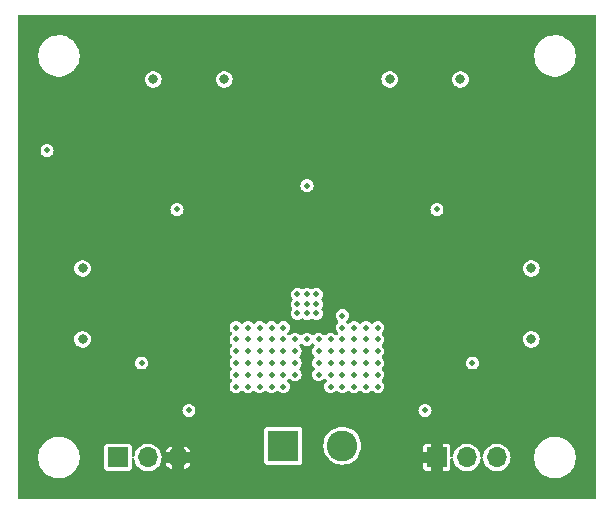
<source format=gbr>
%TF.GenerationSoftware,KiCad,Pcbnew,8.0.2*%
%TF.CreationDate,2025-01-11T01:17:19-03:00*%
%TF.ProjectId,LumiCom_Transmitter,4c756d69-436f-46d5-9f54-72616e736d69,rev?*%
%TF.SameCoordinates,Original*%
%TF.FileFunction,Copper,L3,Inr*%
%TF.FilePolarity,Positive*%
%FSLAX46Y46*%
G04 Gerber Fmt 4.6, Leading zero omitted, Abs format (unit mm)*
G04 Created by KiCad (PCBNEW 8.0.2) date 2025-01-11 01:17:19*
%MOMM*%
%LPD*%
G01*
G04 APERTURE LIST*
%TA.AperFunction,ComponentPad*%
%ADD10R,1.700000X1.700000*%
%TD*%
%TA.AperFunction,ComponentPad*%
%ADD11O,1.700000X1.700000*%
%TD*%
%TA.AperFunction,HeatsinkPad*%
%ADD12C,0.500000*%
%TD*%
%TA.AperFunction,ComponentPad*%
%ADD13R,2.600000X2.600000*%
%TD*%
%TA.AperFunction,ComponentPad*%
%ADD14C,2.600000*%
%TD*%
%TA.AperFunction,ViaPad*%
%ADD15C,0.500000*%
%TD*%
%TA.AperFunction,ViaPad*%
%ADD16C,0.800000*%
%TD*%
G04 APERTURE END LIST*
D10*
%TO.N,VCC*%
%TO.C,JP_A1*%
X136000000Y-88000000D03*
D11*
%TO.N,Net-(JP_A1-C)*%
X138540000Y-88000000D03*
%TO.N,GND*%
X141080000Y-88000000D03*
%TD*%
D12*
%TO.N,GND*%
%TO.C,U1*%
X124200000Y-74200000D03*
X124200000Y-75000000D03*
X124200000Y-75800000D03*
X125000000Y-74200000D03*
X125000000Y-75000000D03*
X125000000Y-75800000D03*
X125800000Y-74200000D03*
X125800000Y-75000000D03*
X125800000Y-75800000D03*
%TD*%
D10*
%TO.N,GND*%
%TO.C,JP_A0*%
X109000000Y-88000000D03*
D11*
%TO.N,Net-(JP_A0-C)*%
X111540000Y-88000000D03*
%TO.N,VCC*%
X114080000Y-88000000D03*
%TD*%
D13*
%TO.N,Net-(J1-Pin_1)*%
%TO.C,J1*%
X123000000Y-87000000D03*
D14*
%TO.N,GND*%
X128000000Y-87000000D03*
%TD*%
D15*
%TO.N,GND*%
X129000000Y-77000000D03*
X129000000Y-79000000D03*
X123000000Y-78000000D03*
X127000000Y-78000000D03*
X126000000Y-79000000D03*
X122000000Y-82000000D03*
X128000000Y-78000000D03*
X121000000Y-79000000D03*
X121000000Y-77000000D03*
X119000000Y-81000000D03*
X119000000Y-78000000D03*
D16*
X106000000Y-78000000D03*
D15*
X121000000Y-82000000D03*
X120000000Y-78000000D03*
X120000000Y-81000000D03*
X124000000Y-81000000D03*
X120000000Y-82000000D03*
X120000000Y-80000000D03*
X111000000Y-80000000D03*
X115000000Y-84000000D03*
X123000000Y-79000000D03*
X123000000Y-77000000D03*
X125000000Y-78000000D03*
X120000000Y-77000000D03*
X119000000Y-79000000D03*
X128000000Y-79000000D03*
X124000000Y-79000000D03*
X128000000Y-81000000D03*
X122000000Y-77000000D03*
X123000000Y-81000000D03*
X131000000Y-78000000D03*
X126000000Y-80000000D03*
X119000000Y-80000000D03*
X130000000Y-80000000D03*
X131000000Y-79000000D03*
X122000000Y-78000000D03*
X124000000Y-80000000D03*
X135000000Y-84000000D03*
X131000000Y-82000000D03*
X129000000Y-78000000D03*
X114000000Y-67000000D03*
X123000000Y-80000000D03*
X130000000Y-79000000D03*
D16*
X132000000Y-56000000D03*
X118000000Y-56000000D03*
D15*
X119000000Y-82000000D03*
X122000000Y-80000000D03*
X136000000Y-67000000D03*
X127000000Y-79000000D03*
X125000000Y-65000000D03*
X129000000Y-82000000D03*
X122000000Y-79000000D03*
D16*
X112000000Y-56000000D03*
D15*
X129000000Y-81000000D03*
X119000000Y-77000000D03*
X128000000Y-77000000D03*
X128000000Y-80000000D03*
X120000000Y-79000000D03*
X126000000Y-81000000D03*
X121000000Y-80000000D03*
X139000000Y-80000000D03*
X121000000Y-78000000D03*
X122000000Y-81000000D03*
X130000000Y-81000000D03*
X127000000Y-81000000D03*
D16*
X144000000Y-78000000D03*
D15*
X128000000Y-82000000D03*
D16*
X144000000Y-72000000D03*
D15*
X131000000Y-80000000D03*
X124000000Y-78000000D03*
D16*
X106000000Y-72000000D03*
D15*
X131000000Y-81000000D03*
X130000000Y-77000000D03*
X129000000Y-80000000D03*
X123000000Y-82000000D03*
D16*
X138000000Y-56000000D03*
D15*
X130000000Y-82000000D03*
X127000000Y-82000000D03*
X103000000Y-62000000D03*
X127000000Y-80000000D03*
X130000000Y-78000000D03*
X131000000Y-77000000D03*
X121000000Y-81000000D03*
%TO.N,VCC*%
X125000000Y-60000000D03*
X112000000Y-62000000D03*
X111000000Y-70000000D03*
X125000000Y-71000000D03*
X108000000Y-84000000D03*
X139000000Y-70000000D03*
%TO.N,Net-(JP_A0-C)*%
X126000000Y-78000000D03*
%TO.N,Net-(JP_A1-C)*%
X128000000Y-76000000D03*
%TD*%
%TA.AperFunction,Conductor*%
%TO.N,VCC*%
G36*
X149443039Y-50519685D02*
G01*
X149488794Y-50572489D01*
X149500000Y-50624000D01*
X149500000Y-91376000D01*
X149480315Y-91443039D01*
X149427511Y-91488794D01*
X149376000Y-91500000D01*
X100624000Y-91500000D01*
X100556961Y-91480315D01*
X100511206Y-91427511D01*
X100500000Y-91376000D01*
X100500000Y-87885258D01*
X102249500Y-87885258D01*
X102249500Y-88114741D01*
X102259803Y-88192993D01*
X102279452Y-88342238D01*
X102314426Y-88472764D01*
X102338842Y-88563887D01*
X102426650Y-88775876D01*
X102426657Y-88775890D01*
X102541392Y-88974617D01*
X102681081Y-89156661D01*
X102681089Y-89156670D01*
X102843330Y-89318911D01*
X102843338Y-89318918D01*
X103025382Y-89458607D01*
X103025385Y-89458608D01*
X103025388Y-89458611D01*
X103224112Y-89573344D01*
X103224117Y-89573346D01*
X103224123Y-89573349D01*
X103315480Y-89611190D01*
X103436113Y-89661158D01*
X103657762Y-89720548D01*
X103885266Y-89750500D01*
X103885273Y-89750500D01*
X104114727Y-89750500D01*
X104114734Y-89750500D01*
X104342238Y-89720548D01*
X104563887Y-89661158D01*
X104775888Y-89573344D01*
X104974612Y-89458611D01*
X105156661Y-89318919D01*
X105156665Y-89318914D01*
X105156670Y-89318911D01*
X105318911Y-89156670D01*
X105318914Y-89156665D01*
X105318919Y-89156661D01*
X105458611Y-88974612D01*
X105573344Y-88775888D01*
X105661158Y-88563887D01*
X105720548Y-88342238D01*
X105750500Y-88114734D01*
X105750500Y-87885266D01*
X105720548Y-87657762D01*
X105661158Y-87436113D01*
X105573344Y-87224112D01*
X105504651Y-87105131D01*
X107849500Y-87105131D01*
X107849500Y-88894856D01*
X107849502Y-88894882D01*
X107852413Y-88919987D01*
X107852415Y-88919991D01*
X107897793Y-89022764D01*
X107897794Y-89022765D01*
X107977235Y-89102206D01*
X108080009Y-89147585D01*
X108105135Y-89150500D01*
X109894864Y-89150499D01*
X109894879Y-89150497D01*
X109894882Y-89150497D01*
X109919987Y-89147586D01*
X109919988Y-89147585D01*
X109919991Y-89147585D01*
X110022765Y-89102206D01*
X110102206Y-89022765D01*
X110147585Y-88919991D01*
X110150500Y-88894865D01*
X110150499Y-88156046D01*
X110170183Y-88089009D01*
X110222987Y-88043254D01*
X110292146Y-88033310D01*
X110355702Y-88062335D01*
X110393476Y-88121113D01*
X110397970Y-88144606D01*
X110402454Y-88192993D01*
X110404244Y-88212310D01*
X110457675Y-88400099D01*
X110462596Y-88417392D01*
X110462596Y-88417394D01*
X110557632Y-88608253D01*
X110684227Y-88775890D01*
X110686128Y-88778407D01*
X110843698Y-88922052D01*
X111024981Y-89034298D01*
X111223802Y-89111321D01*
X111433390Y-89150500D01*
X111433392Y-89150500D01*
X111646608Y-89150500D01*
X111646610Y-89150500D01*
X111856198Y-89111321D01*
X112055019Y-89034298D01*
X112236302Y-88922052D01*
X112393872Y-88778407D01*
X112522366Y-88608255D01*
X112523764Y-88605448D01*
X112576270Y-88500000D01*
X113044288Y-88500000D01*
X113098059Y-88607989D01*
X113226500Y-88778071D01*
X113384000Y-88921651D01*
X113384002Y-88921653D01*
X113565202Y-89033847D01*
X113565204Y-89033848D01*
X113580000Y-89039579D01*
X113580000Y-89039578D01*
X114580000Y-89039578D01*
X114594795Y-89033848D01*
X114594797Y-89033847D01*
X114775997Y-88921653D01*
X114775999Y-88921651D01*
X114805470Y-88894785D01*
X134850001Y-88894785D01*
X134850002Y-88894808D01*
X134852908Y-88919869D01*
X134852909Y-88919873D01*
X134898211Y-89022474D01*
X134898214Y-89022479D01*
X134977520Y-89101785D01*
X134977525Y-89101788D01*
X135080123Y-89147089D01*
X135105206Y-89149999D01*
X135499999Y-89149999D01*
X135500000Y-89149998D01*
X135500000Y-88500000D01*
X134850001Y-88500000D01*
X134850001Y-88894785D01*
X114805470Y-88894785D01*
X114933499Y-88778071D01*
X115061940Y-88607989D01*
X115115712Y-88500000D01*
X114580000Y-88500000D01*
X114580000Y-89039578D01*
X113580000Y-89039578D01*
X113580000Y-88500000D01*
X113044288Y-88500000D01*
X112576270Y-88500000D01*
X112617403Y-88417394D01*
X112617403Y-88417393D01*
X112617405Y-88417389D01*
X112675756Y-88212310D01*
X112695429Y-88000000D01*
X112689329Y-87934174D01*
X113580000Y-87934174D01*
X113580000Y-88065826D01*
X113614075Y-88192993D01*
X113679901Y-88307007D01*
X113772993Y-88400099D01*
X113887007Y-88465925D01*
X114014174Y-88500000D01*
X114145826Y-88500000D01*
X114272993Y-88465925D01*
X114387007Y-88400099D01*
X114480099Y-88307007D01*
X114545925Y-88192993D01*
X114580000Y-88065826D01*
X114580000Y-87934174D01*
X114545925Y-87807007D01*
X114480099Y-87692993D01*
X114387007Y-87599901D01*
X114272993Y-87534075D01*
X114145826Y-87500000D01*
X114580000Y-87500000D01*
X115115712Y-87500000D01*
X115115712Y-87499999D01*
X115061940Y-87392010D01*
X114933499Y-87221928D01*
X114775999Y-87078348D01*
X114775997Y-87078346D01*
X114594801Y-86966155D01*
X114594793Y-86966151D01*
X114580000Y-86960419D01*
X114580000Y-87500000D01*
X114145826Y-87500000D01*
X114014174Y-87500000D01*
X113887007Y-87534075D01*
X113772993Y-87599901D01*
X113679901Y-87692993D01*
X113614075Y-87807007D01*
X113580000Y-87934174D01*
X112689329Y-87934174D01*
X112675756Y-87787690D01*
X112617405Y-87582611D01*
X112617403Y-87582606D01*
X112617403Y-87582605D01*
X112576270Y-87499999D01*
X113044287Y-87499999D01*
X113044288Y-87500000D01*
X113580000Y-87500000D01*
X113580000Y-86960420D01*
X113579999Y-86960419D01*
X113565206Y-86966151D01*
X113565198Y-86966155D01*
X113384002Y-87078346D01*
X113384000Y-87078348D01*
X113226500Y-87221928D01*
X113098059Y-87392010D01*
X113044287Y-87499999D01*
X112576270Y-87499999D01*
X112522367Y-87391746D01*
X112393872Y-87221593D01*
X112236302Y-87077948D01*
X112055019Y-86965702D01*
X112055017Y-86965701D01*
X111955608Y-86927190D01*
X111856198Y-86888679D01*
X111646610Y-86849500D01*
X111433390Y-86849500D01*
X111223802Y-86888679D01*
X111223799Y-86888679D01*
X111223799Y-86888680D01*
X111024982Y-86965701D01*
X111024980Y-86965702D01*
X110843699Y-87077947D01*
X110686127Y-87221593D01*
X110557632Y-87391746D01*
X110462596Y-87582605D01*
X110462596Y-87582607D01*
X110404244Y-87787689D01*
X110397970Y-87855394D01*
X110372183Y-87920331D01*
X110315383Y-87961018D01*
X110245602Y-87964538D01*
X110184995Y-87929772D01*
X110152806Y-87867759D01*
X110150499Y-87843952D01*
X110150499Y-87105143D01*
X110150499Y-87105136D01*
X110150497Y-87105117D01*
X110147586Y-87080012D01*
X110147585Y-87080010D01*
X110147585Y-87080009D01*
X110102206Y-86977235D01*
X110022765Y-86897794D01*
X110002124Y-86888680D01*
X109919992Y-86852415D01*
X109894865Y-86849500D01*
X108105143Y-86849500D01*
X108105117Y-86849502D01*
X108080012Y-86852413D01*
X108080008Y-86852415D01*
X107977235Y-86897793D01*
X107897794Y-86977234D01*
X107852415Y-87080006D01*
X107852415Y-87080008D01*
X107849500Y-87105131D01*
X105504651Y-87105131D01*
X105458611Y-87025388D01*
X105458608Y-87025385D01*
X105458607Y-87025382D01*
X105326262Y-86852909D01*
X105318919Y-86843339D01*
X105318918Y-86843338D01*
X105318911Y-86843330D01*
X105156670Y-86681089D01*
X105156661Y-86681081D01*
X104974617Y-86541392D01*
X104775890Y-86426657D01*
X104775876Y-86426650D01*
X104563887Y-86338842D01*
X104342238Y-86279452D01*
X104304215Y-86274446D01*
X104114741Y-86249500D01*
X104114734Y-86249500D01*
X103885266Y-86249500D01*
X103885258Y-86249500D01*
X103668715Y-86278009D01*
X103657762Y-86279452D01*
X103564076Y-86304554D01*
X103436112Y-86338842D01*
X103224123Y-86426650D01*
X103224109Y-86426657D01*
X103025382Y-86541392D01*
X102843338Y-86681081D01*
X102681081Y-86843338D01*
X102541392Y-87025382D01*
X102426657Y-87224109D01*
X102426650Y-87224123D01*
X102338842Y-87436112D01*
X102338842Y-87436113D01*
X102299590Y-87582607D01*
X102279453Y-87657759D01*
X102279451Y-87657770D01*
X102249500Y-87885258D01*
X100500000Y-87885258D01*
X100500000Y-85655131D01*
X121399500Y-85655131D01*
X121399500Y-88344856D01*
X121399502Y-88344882D01*
X121402413Y-88369987D01*
X121402415Y-88369991D01*
X121447793Y-88472764D01*
X121447794Y-88472765D01*
X121527235Y-88552206D01*
X121630009Y-88597585D01*
X121655135Y-88600500D01*
X124344864Y-88600499D01*
X124344879Y-88600497D01*
X124344882Y-88600497D01*
X124369987Y-88597586D01*
X124369988Y-88597585D01*
X124369991Y-88597585D01*
X124472765Y-88552206D01*
X124552206Y-88472765D01*
X124597585Y-88369991D01*
X124600500Y-88344865D01*
X124600499Y-87000000D01*
X126394551Y-87000000D01*
X126414317Y-87251151D01*
X126473126Y-87496110D01*
X126569533Y-87728859D01*
X126701160Y-87943653D01*
X126701161Y-87943656D01*
X126748595Y-87999194D01*
X126864776Y-88135224D01*
X127013066Y-88261875D01*
X127056343Y-88298838D01*
X127056346Y-88298839D01*
X127271140Y-88430466D01*
X127503889Y-88526873D01*
X127748852Y-88585683D01*
X128000000Y-88605449D01*
X128251148Y-88585683D01*
X128496111Y-88526873D01*
X128728859Y-88430466D01*
X128943659Y-88298836D01*
X129135224Y-88135224D01*
X129298836Y-87943659D01*
X129304648Y-87934174D01*
X135500000Y-87934174D01*
X135500000Y-88065826D01*
X135534075Y-88192993D01*
X135599901Y-88307007D01*
X135692993Y-88400099D01*
X135807007Y-88465925D01*
X135934174Y-88500000D01*
X136065826Y-88500000D01*
X136192993Y-88465925D01*
X136307007Y-88400099D01*
X136400099Y-88307007D01*
X136465925Y-88192993D01*
X136500000Y-88065826D01*
X136500000Y-89149999D01*
X136894786Y-89149999D01*
X136894808Y-89149997D01*
X136919869Y-89147091D01*
X136919873Y-89147090D01*
X137022474Y-89101788D01*
X137022479Y-89101785D01*
X137101785Y-89022479D01*
X137101788Y-89022474D01*
X137147089Y-88919877D01*
X137147089Y-88919875D01*
X137149999Y-88894794D01*
X137149999Y-88150653D01*
X137169683Y-88083614D01*
X137222487Y-88037859D01*
X137291646Y-88027915D01*
X137355202Y-88056940D01*
X137392976Y-88115718D01*
X137397470Y-88139211D01*
X137402454Y-88192993D01*
X137404244Y-88212310D01*
X137457675Y-88400099D01*
X137462596Y-88417392D01*
X137462596Y-88417394D01*
X137557632Y-88608253D01*
X137684227Y-88775890D01*
X137686128Y-88778407D01*
X137843698Y-88922052D01*
X138024981Y-89034298D01*
X138223802Y-89111321D01*
X138433390Y-89150500D01*
X138433392Y-89150500D01*
X138646608Y-89150500D01*
X138646610Y-89150500D01*
X138856198Y-89111321D01*
X139055019Y-89034298D01*
X139236302Y-88922052D01*
X139393872Y-88778407D01*
X139522366Y-88608255D01*
X139523764Y-88605448D01*
X139617403Y-88417394D01*
X139617403Y-88417393D01*
X139617405Y-88417389D01*
X139675756Y-88212310D01*
X139686529Y-88096047D01*
X139712315Y-88031111D01*
X139754622Y-88000804D01*
X139863130Y-88000804D01*
X139899503Y-88021668D01*
X139931693Y-88083681D01*
X139933470Y-88096047D01*
X139944244Y-88212310D01*
X139997675Y-88400099D01*
X140002596Y-88417392D01*
X140002596Y-88417394D01*
X140097632Y-88608253D01*
X140224227Y-88775890D01*
X140226128Y-88778407D01*
X140383698Y-88922052D01*
X140564981Y-89034298D01*
X140763802Y-89111321D01*
X140973390Y-89150500D01*
X140973392Y-89150500D01*
X141186608Y-89150500D01*
X141186610Y-89150500D01*
X141396198Y-89111321D01*
X141595019Y-89034298D01*
X141776302Y-88922052D01*
X141933872Y-88778407D01*
X142062366Y-88608255D01*
X142063764Y-88605448D01*
X142157403Y-88417394D01*
X142157403Y-88417393D01*
X142157405Y-88417389D01*
X142215756Y-88212310D01*
X142235429Y-88000000D01*
X142224797Y-87885258D01*
X144249500Y-87885258D01*
X144249500Y-88114741D01*
X144259803Y-88192993D01*
X144279452Y-88342238D01*
X144314426Y-88472764D01*
X144338842Y-88563887D01*
X144426650Y-88775876D01*
X144426657Y-88775890D01*
X144541392Y-88974617D01*
X144681081Y-89156661D01*
X144681089Y-89156670D01*
X144843330Y-89318911D01*
X144843338Y-89318918D01*
X145025382Y-89458607D01*
X145025385Y-89458608D01*
X145025388Y-89458611D01*
X145224112Y-89573344D01*
X145224117Y-89573346D01*
X145224123Y-89573349D01*
X145315480Y-89611190D01*
X145436113Y-89661158D01*
X145657762Y-89720548D01*
X145885266Y-89750500D01*
X145885273Y-89750500D01*
X146114727Y-89750500D01*
X146114734Y-89750500D01*
X146342238Y-89720548D01*
X146563887Y-89661158D01*
X146775888Y-89573344D01*
X146974612Y-89458611D01*
X147156661Y-89318919D01*
X147156665Y-89318914D01*
X147156670Y-89318911D01*
X147318911Y-89156670D01*
X147318914Y-89156665D01*
X147318919Y-89156661D01*
X147458611Y-88974612D01*
X147573344Y-88775888D01*
X147661158Y-88563887D01*
X147720548Y-88342238D01*
X147750500Y-88114734D01*
X147750500Y-87885266D01*
X147720548Y-87657762D01*
X147661158Y-87436113D01*
X147573344Y-87224112D01*
X147458611Y-87025388D01*
X147458608Y-87025385D01*
X147458607Y-87025382D01*
X147326262Y-86852909D01*
X147318919Y-86843339D01*
X147318918Y-86843338D01*
X147318911Y-86843330D01*
X147156670Y-86681089D01*
X147156661Y-86681081D01*
X146974617Y-86541392D01*
X146775890Y-86426657D01*
X146775876Y-86426650D01*
X146563887Y-86338842D01*
X146342238Y-86279452D01*
X146304215Y-86274446D01*
X146114741Y-86249500D01*
X146114734Y-86249500D01*
X145885266Y-86249500D01*
X145885258Y-86249500D01*
X145668715Y-86278009D01*
X145657762Y-86279452D01*
X145564076Y-86304554D01*
X145436112Y-86338842D01*
X145224123Y-86426650D01*
X145224109Y-86426657D01*
X145025382Y-86541392D01*
X144843338Y-86681081D01*
X144681081Y-86843338D01*
X144541392Y-87025382D01*
X144426657Y-87224109D01*
X144426650Y-87224123D01*
X144338842Y-87436112D01*
X144338842Y-87436113D01*
X144299590Y-87582607D01*
X144279453Y-87657759D01*
X144279451Y-87657770D01*
X144249500Y-87885258D01*
X142224797Y-87885258D01*
X142215756Y-87787690D01*
X142157405Y-87582611D01*
X142157403Y-87582606D01*
X142157403Y-87582605D01*
X142062367Y-87391746D01*
X141933872Y-87221593D01*
X141776302Y-87077948D01*
X141595019Y-86965702D01*
X141595017Y-86965701D01*
X141495608Y-86927190D01*
X141396198Y-86888679D01*
X141186610Y-86849500D01*
X140973390Y-86849500D01*
X140763802Y-86888679D01*
X140763799Y-86888679D01*
X140763799Y-86888680D01*
X140564982Y-86965701D01*
X140564980Y-86965702D01*
X140383699Y-87077947D01*
X140226127Y-87221593D01*
X140097632Y-87391746D01*
X140002596Y-87582605D01*
X140002596Y-87582607D01*
X139944244Y-87787689D01*
X139933471Y-87903951D01*
X139907685Y-87968888D01*
X139863130Y-88000804D01*
X139754622Y-88000804D01*
X139756869Y-87999194D01*
X139720497Y-87978331D01*
X139688307Y-87916318D01*
X139686529Y-87903951D01*
X139684798Y-87885272D01*
X139675756Y-87787690D01*
X139617405Y-87582611D01*
X139617403Y-87582606D01*
X139617403Y-87582605D01*
X139522367Y-87391746D01*
X139393872Y-87221593D01*
X139236302Y-87077948D01*
X139055019Y-86965702D01*
X139055017Y-86965701D01*
X138955608Y-86927190D01*
X138856198Y-86888679D01*
X138646610Y-86849500D01*
X138433390Y-86849500D01*
X138223802Y-86888679D01*
X138223799Y-86888679D01*
X138223799Y-86888680D01*
X138024982Y-86965701D01*
X138024980Y-86965702D01*
X137843699Y-87077947D01*
X137686127Y-87221593D01*
X137557632Y-87391746D01*
X137462596Y-87582605D01*
X137462596Y-87582607D01*
X137404244Y-87787689D01*
X137397470Y-87860790D01*
X137371683Y-87925727D01*
X137314883Y-87966414D01*
X137245102Y-87969934D01*
X137184496Y-87935168D01*
X137152306Y-87873155D01*
X137149999Y-87849348D01*
X137149999Y-87105214D01*
X137149997Y-87105191D01*
X137147091Y-87080130D01*
X137147090Y-87080126D01*
X137101788Y-86977525D01*
X137101785Y-86977520D01*
X137022479Y-86898214D01*
X137022474Y-86898211D01*
X136919876Y-86852910D01*
X136894794Y-86850000D01*
X136500000Y-86850000D01*
X136500000Y-87934174D01*
X136465925Y-87807007D01*
X136400099Y-87692993D01*
X136307007Y-87599901D01*
X136192993Y-87534075D01*
X136065826Y-87500000D01*
X135934174Y-87500000D01*
X135807007Y-87534075D01*
X135692993Y-87599901D01*
X135599901Y-87692993D01*
X135534075Y-87807007D01*
X135500000Y-87934174D01*
X129304648Y-87934174D01*
X129430466Y-87728859D01*
X129526873Y-87496111D01*
X129585683Y-87251148D01*
X129597169Y-87105205D01*
X134850000Y-87105205D01*
X134850000Y-87500000D01*
X135500000Y-87500000D01*
X135500000Y-86850000D01*
X135105214Y-86850000D01*
X135105191Y-86850002D01*
X135080130Y-86852908D01*
X135080126Y-86852909D01*
X134977525Y-86898211D01*
X134977520Y-86898214D01*
X134898214Y-86977520D01*
X134898211Y-86977525D01*
X134852910Y-87080122D01*
X134852910Y-87080124D01*
X134850000Y-87105205D01*
X129597169Y-87105205D01*
X129605449Y-87000000D01*
X129585683Y-86748852D01*
X129526873Y-86503889D01*
X129433909Y-86279452D01*
X129430466Y-86271140D01*
X129298839Y-86056346D01*
X129298838Y-86056343D01*
X129261875Y-86013066D01*
X129135224Y-85864776D01*
X129008571Y-85756604D01*
X128943656Y-85701161D01*
X128943653Y-85701160D01*
X128728859Y-85569533D01*
X128496110Y-85473126D01*
X128251151Y-85414317D01*
X128000000Y-85394551D01*
X127748848Y-85414317D01*
X127503889Y-85473126D01*
X127271140Y-85569533D01*
X127056346Y-85701160D01*
X127056343Y-85701161D01*
X126864776Y-85864776D01*
X126701161Y-86056343D01*
X126701160Y-86056346D01*
X126569533Y-86271140D01*
X126473126Y-86503889D01*
X126414317Y-86748848D01*
X126394551Y-87000000D01*
X124600499Y-87000000D01*
X124600499Y-85655136D01*
X124600497Y-85655117D01*
X124597586Y-85630012D01*
X124597585Y-85630010D01*
X124597585Y-85630009D01*
X124552206Y-85527235D01*
X124472765Y-85447794D01*
X124396947Y-85414317D01*
X124369992Y-85402415D01*
X124344865Y-85399500D01*
X121655143Y-85399500D01*
X121655117Y-85399502D01*
X121630012Y-85402413D01*
X121630008Y-85402415D01*
X121527235Y-85447793D01*
X121447794Y-85527234D01*
X121402415Y-85630006D01*
X121402415Y-85630008D01*
X121399500Y-85655131D01*
X100500000Y-85655131D01*
X100500000Y-83999999D01*
X114444750Y-83999999D01*
X114444750Y-84000000D01*
X114463670Y-84143708D01*
X114463671Y-84143712D01*
X114519137Y-84277622D01*
X114519138Y-84277624D01*
X114519139Y-84277625D01*
X114607379Y-84392621D01*
X114722375Y-84480861D01*
X114856291Y-84536330D01*
X114983280Y-84553048D01*
X114999999Y-84555250D01*
X115000000Y-84555250D01*
X115000001Y-84555250D01*
X115014977Y-84553278D01*
X115143709Y-84536330D01*
X115277625Y-84480861D01*
X115392621Y-84392621D01*
X115480861Y-84277625D01*
X115536330Y-84143709D01*
X115555250Y-84000000D01*
X115555250Y-83999999D01*
X134444750Y-83999999D01*
X134444750Y-84000000D01*
X134463670Y-84143708D01*
X134463671Y-84143712D01*
X134519137Y-84277622D01*
X134519138Y-84277624D01*
X134519139Y-84277625D01*
X134607379Y-84392621D01*
X134722375Y-84480861D01*
X134856291Y-84536330D01*
X134983280Y-84553048D01*
X134999999Y-84555250D01*
X135000000Y-84555250D01*
X135000001Y-84555250D01*
X135014977Y-84553278D01*
X135143709Y-84536330D01*
X135277625Y-84480861D01*
X135392621Y-84392621D01*
X135480861Y-84277625D01*
X135536330Y-84143709D01*
X135555250Y-84000000D01*
X135536330Y-83856291D01*
X135480861Y-83722375D01*
X135392621Y-83607379D01*
X135277625Y-83519139D01*
X135277624Y-83519138D01*
X135277622Y-83519137D01*
X135143712Y-83463671D01*
X135143710Y-83463670D01*
X135143709Y-83463670D01*
X135071854Y-83454210D01*
X135000001Y-83444750D01*
X134999999Y-83444750D01*
X134856291Y-83463670D01*
X134856287Y-83463671D01*
X134722377Y-83519137D01*
X134607379Y-83607379D01*
X134519137Y-83722377D01*
X134463671Y-83856287D01*
X134463670Y-83856291D01*
X134444750Y-83999999D01*
X115555250Y-83999999D01*
X115536330Y-83856291D01*
X115480861Y-83722375D01*
X115392621Y-83607379D01*
X115277625Y-83519139D01*
X115277624Y-83519138D01*
X115277622Y-83519137D01*
X115143712Y-83463671D01*
X115143710Y-83463670D01*
X115143709Y-83463670D01*
X115071854Y-83454210D01*
X115000001Y-83444750D01*
X114999999Y-83444750D01*
X114856291Y-83463670D01*
X114856287Y-83463671D01*
X114722377Y-83519137D01*
X114607379Y-83607379D01*
X114519137Y-83722377D01*
X114463671Y-83856287D01*
X114463670Y-83856291D01*
X114444750Y-83999999D01*
X100500000Y-83999999D01*
X100500000Y-79999999D01*
X110444750Y-79999999D01*
X110444750Y-80000000D01*
X110463670Y-80143708D01*
X110463671Y-80143712D01*
X110519137Y-80277622D01*
X110519138Y-80277624D01*
X110519139Y-80277625D01*
X110607379Y-80392621D01*
X110722375Y-80480861D01*
X110856291Y-80536330D01*
X110983280Y-80553048D01*
X110999999Y-80555250D01*
X111000000Y-80555250D01*
X111000001Y-80555250D01*
X111014977Y-80553278D01*
X111143709Y-80536330D01*
X111277625Y-80480861D01*
X111392621Y-80392621D01*
X111480861Y-80277625D01*
X111536330Y-80143709D01*
X111555250Y-80000000D01*
X111536330Y-79856291D01*
X111480861Y-79722375D01*
X111392621Y-79607379D01*
X111277625Y-79519139D01*
X111277624Y-79519138D01*
X111277622Y-79519137D01*
X111143712Y-79463671D01*
X111143710Y-79463670D01*
X111143709Y-79463670D01*
X111071854Y-79454210D01*
X111000001Y-79444750D01*
X110999999Y-79444750D01*
X110856291Y-79463670D01*
X110856287Y-79463671D01*
X110722377Y-79519137D01*
X110607379Y-79607379D01*
X110519137Y-79722377D01*
X110463671Y-79856287D01*
X110463670Y-79856291D01*
X110444750Y-79999999D01*
X100500000Y-79999999D01*
X100500000Y-78000000D01*
X105294355Y-78000000D01*
X105314859Y-78168869D01*
X105314860Y-78168874D01*
X105375182Y-78327931D01*
X105419835Y-78392621D01*
X105471817Y-78467929D01*
X105539397Y-78527799D01*
X105599150Y-78580736D01*
X105749773Y-78659789D01*
X105749775Y-78659790D01*
X105914944Y-78700500D01*
X106085056Y-78700500D01*
X106250225Y-78659790D01*
X106350089Y-78607377D01*
X106400849Y-78580736D01*
X106400850Y-78580734D01*
X106400852Y-78580734D01*
X106528183Y-78467929D01*
X106624818Y-78327930D01*
X106685140Y-78168872D01*
X106705645Y-78000000D01*
X106685140Y-77831128D01*
X106624818Y-77672070D01*
X106528183Y-77532071D01*
X106400852Y-77419266D01*
X106400849Y-77419263D01*
X106250226Y-77340210D01*
X106085056Y-77299500D01*
X105914944Y-77299500D01*
X105749773Y-77340210D01*
X105599150Y-77419263D01*
X105471816Y-77532072D01*
X105375182Y-77672068D01*
X105314860Y-77831125D01*
X105314859Y-77831130D01*
X105294355Y-78000000D01*
X100500000Y-78000000D01*
X100500000Y-76999999D01*
X118444750Y-76999999D01*
X118444750Y-77000000D01*
X118463670Y-77143708D01*
X118463671Y-77143712D01*
X118519137Y-77277622D01*
X118519138Y-77277624D01*
X118519139Y-77277625D01*
X118607379Y-77392621D01*
X118616711Y-77399782D01*
X118619113Y-77401625D01*
X118660316Y-77458053D01*
X118664470Y-77527799D01*
X118630257Y-77588719D01*
X118619113Y-77598375D01*
X118607381Y-77607377D01*
X118607380Y-77607378D01*
X118607379Y-77607379D01*
X118589824Y-77630257D01*
X118519137Y-77722377D01*
X118463671Y-77856287D01*
X118463670Y-77856291D01*
X118444750Y-77999999D01*
X118444750Y-78000000D01*
X118463670Y-78143708D01*
X118463671Y-78143712D01*
X118519137Y-78277622D01*
X118519138Y-78277624D01*
X118519139Y-78277625D01*
X118607379Y-78392621D01*
X118616711Y-78399782D01*
X118619113Y-78401625D01*
X118660316Y-78458053D01*
X118664470Y-78527799D01*
X118630257Y-78588719D01*
X118619113Y-78598375D01*
X118607381Y-78607377D01*
X118519137Y-78722377D01*
X118463671Y-78856287D01*
X118463670Y-78856291D01*
X118444750Y-78999999D01*
X118444750Y-79000000D01*
X118463670Y-79143708D01*
X118463671Y-79143712D01*
X118519137Y-79277622D01*
X118519138Y-79277624D01*
X118519139Y-79277625D01*
X118607379Y-79392621D01*
X118616711Y-79399782D01*
X118619113Y-79401625D01*
X118660316Y-79458053D01*
X118664470Y-79527799D01*
X118630257Y-79588719D01*
X118619113Y-79598375D01*
X118607381Y-79607377D01*
X118519137Y-79722377D01*
X118463671Y-79856287D01*
X118463670Y-79856291D01*
X118444750Y-79999999D01*
X118444750Y-80000000D01*
X118463670Y-80143708D01*
X118463671Y-80143712D01*
X118519137Y-80277622D01*
X118519138Y-80277624D01*
X118519139Y-80277625D01*
X118607379Y-80392621D01*
X118616711Y-80399782D01*
X118619113Y-80401625D01*
X118660316Y-80458053D01*
X118664470Y-80527799D01*
X118630257Y-80588719D01*
X118619113Y-80598375D01*
X118607381Y-80607377D01*
X118519137Y-80722377D01*
X118463671Y-80856287D01*
X118463670Y-80856291D01*
X118444750Y-80999999D01*
X118444750Y-81000000D01*
X118463670Y-81143708D01*
X118463671Y-81143712D01*
X118519137Y-81277622D01*
X118519138Y-81277624D01*
X118519139Y-81277625D01*
X118607379Y-81392621D01*
X118616711Y-81399782D01*
X118619113Y-81401625D01*
X118660316Y-81458053D01*
X118664470Y-81527799D01*
X118630257Y-81588719D01*
X118619113Y-81598375D01*
X118607381Y-81607377D01*
X118519137Y-81722377D01*
X118463671Y-81856287D01*
X118463670Y-81856291D01*
X118444750Y-81999999D01*
X118444750Y-82000000D01*
X118463670Y-82143708D01*
X118463671Y-82143712D01*
X118519137Y-82277622D01*
X118519138Y-82277624D01*
X118519139Y-82277625D01*
X118607379Y-82392621D01*
X118722375Y-82480861D01*
X118856291Y-82536330D01*
X118983280Y-82553048D01*
X118999999Y-82555250D01*
X119000000Y-82555250D01*
X119000001Y-82555250D01*
X119014977Y-82553278D01*
X119143709Y-82536330D01*
X119277625Y-82480861D01*
X119392621Y-82392621D01*
X119401625Y-82380886D01*
X119458050Y-82339685D01*
X119527796Y-82335529D01*
X119588717Y-82369740D01*
X119598367Y-82380876D01*
X119607379Y-82392621D01*
X119722375Y-82480861D01*
X119856291Y-82536330D01*
X119983280Y-82553048D01*
X119999999Y-82555250D01*
X120000000Y-82555250D01*
X120000001Y-82555250D01*
X120014977Y-82553278D01*
X120143709Y-82536330D01*
X120277625Y-82480861D01*
X120392621Y-82392621D01*
X120401625Y-82380886D01*
X120458050Y-82339685D01*
X120527796Y-82335529D01*
X120588717Y-82369740D01*
X120598367Y-82380876D01*
X120607379Y-82392621D01*
X120722375Y-82480861D01*
X120856291Y-82536330D01*
X120983280Y-82553048D01*
X120999999Y-82555250D01*
X121000000Y-82555250D01*
X121000001Y-82555250D01*
X121014977Y-82553278D01*
X121143709Y-82536330D01*
X121277625Y-82480861D01*
X121392621Y-82392621D01*
X121401625Y-82380886D01*
X121458050Y-82339685D01*
X121527796Y-82335529D01*
X121588717Y-82369740D01*
X121598367Y-82380876D01*
X121607379Y-82392621D01*
X121722375Y-82480861D01*
X121856291Y-82536330D01*
X121983280Y-82553048D01*
X121999999Y-82555250D01*
X122000000Y-82555250D01*
X122000001Y-82555250D01*
X122014977Y-82553278D01*
X122143709Y-82536330D01*
X122277625Y-82480861D01*
X122392621Y-82392621D01*
X122401625Y-82380886D01*
X122458050Y-82339685D01*
X122527796Y-82335529D01*
X122588717Y-82369740D01*
X122598367Y-82380876D01*
X122607379Y-82392621D01*
X122722375Y-82480861D01*
X122856291Y-82536330D01*
X122983280Y-82553048D01*
X122999999Y-82555250D01*
X123000000Y-82555250D01*
X123000001Y-82555250D01*
X123014977Y-82553278D01*
X123143709Y-82536330D01*
X123277625Y-82480861D01*
X123392621Y-82392621D01*
X123480861Y-82277625D01*
X123536330Y-82143709D01*
X123555250Y-82000000D01*
X123536330Y-81856291D01*
X123480861Y-81722375D01*
X123392621Y-81607379D01*
X123380886Y-81598374D01*
X123339685Y-81541950D01*
X123335529Y-81472204D01*
X123369740Y-81411283D01*
X123380876Y-81401632D01*
X123392621Y-81392621D01*
X123401625Y-81380886D01*
X123458050Y-81339685D01*
X123527796Y-81335529D01*
X123588717Y-81369740D01*
X123598367Y-81380876D01*
X123607379Y-81392621D01*
X123722375Y-81480861D01*
X123856291Y-81536330D01*
X123983280Y-81553048D01*
X123999999Y-81555250D01*
X124000000Y-81555250D01*
X124000001Y-81555250D01*
X124014977Y-81553278D01*
X124143709Y-81536330D01*
X124277625Y-81480861D01*
X124392621Y-81392621D01*
X124480861Y-81277625D01*
X124536330Y-81143709D01*
X124555250Y-81000000D01*
X124536330Y-80856291D01*
X124480861Y-80722375D01*
X124392621Y-80607379D01*
X124380886Y-80598374D01*
X124339685Y-80541950D01*
X124335529Y-80472204D01*
X124369740Y-80411283D01*
X124380876Y-80401632D01*
X124392621Y-80392621D01*
X124480861Y-80277625D01*
X124536330Y-80143709D01*
X124555250Y-80000000D01*
X124536330Y-79856291D01*
X124480861Y-79722375D01*
X124392621Y-79607379D01*
X124380886Y-79598374D01*
X124339685Y-79541950D01*
X124335529Y-79472204D01*
X124369740Y-79411283D01*
X124380876Y-79401632D01*
X124392621Y-79392621D01*
X124480861Y-79277625D01*
X124536330Y-79143709D01*
X124555250Y-79000000D01*
X124536330Y-78856291D01*
X124480861Y-78722375D01*
X124392621Y-78607379D01*
X124380886Y-78598374D01*
X124339685Y-78541950D01*
X124335529Y-78472204D01*
X124369740Y-78411283D01*
X124380876Y-78401632D01*
X124392621Y-78392621D01*
X124401625Y-78380886D01*
X124458050Y-78339685D01*
X124527796Y-78335529D01*
X124588717Y-78369740D01*
X124598367Y-78380876D01*
X124607379Y-78392621D01*
X124722375Y-78480861D01*
X124856291Y-78536330D01*
X124983280Y-78553048D01*
X124999999Y-78555250D01*
X125000000Y-78555250D01*
X125000001Y-78555250D01*
X125014977Y-78553278D01*
X125143709Y-78536330D01*
X125277625Y-78480861D01*
X125392621Y-78392621D01*
X125401625Y-78380886D01*
X125458050Y-78339685D01*
X125527796Y-78335529D01*
X125588717Y-78369740D01*
X125598367Y-78380876D01*
X125607378Y-78392620D01*
X125607380Y-78392622D01*
X125619113Y-78401625D01*
X125660316Y-78458053D01*
X125664470Y-78527799D01*
X125630257Y-78588719D01*
X125619113Y-78598375D01*
X125607381Y-78607377D01*
X125519137Y-78722377D01*
X125463671Y-78856287D01*
X125463670Y-78856291D01*
X125444750Y-78999999D01*
X125444750Y-79000000D01*
X125463670Y-79143708D01*
X125463671Y-79143712D01*
X125519137Y-79277622D01*
X125519138Y-79277624D01*
X125519139Y-79277625D01*
X125607379Y-79392621D01*
X125616711Y-79399782D01*
X125619113Y-79401625D01*
X125660316Y-79458053D01*
X125664470Y-79527799D01*
X125630257Y-79588719D01*
X125619113Y-79598375D01*
X125607381Y-79607377D01*
X125519137Y-79722377D01*
X125463671Y-79856287D01*
X125463670Y-79856291D01*
X125444750Y-79999999D01*
X125444750Y-80000000D01*
X125463670Y-80143708D01*
X125463671Y-80143712D01*
X125519137Y-80277622D01*
X125519138Y-80277624D01*
X125519139Y-80277625D01*
X125607379Y-80392621D01*
X125616711Y-80399782D01*
X125619113Y-80401625D01*
X125660316Y-80458053D01*
X125664470Y-80527799D01*
X125630257Y-80588719D01*
X125619113Y-80598375D01*
X125607381Y-80607377D01*
X125519137Y-80722377D01*
X125463671Y-80856287D01*
X125463670Y-80856291D01*
X125444750Y-80999999D01*
X125444750Y-81000000D01*
X125463670Y-81143708D01*
X125463671Y-81143712D01*
X125519137Y-81277622D01*
X125519138Y-81277624D01*
X125519139Y-81277625D01*
X125607379Y-81392621D01*
X125722375Y-81480861D01*
X125856291Y-81536330D01*
X125983280Y-81553048D01*
X125999999Y-81555250D01*
X126000000Y-81555250D01*
X126000001Y-81555250D01*
X126014977Y-81553278D01*
X126143709Y-81536330D01*
X126277625Y-81480861D01*
X126392621Y-81392621D01*
X126401625Y-81380886D01*
X126458050Y-81339685D01*
X126527796Y-81335529D01*
X126588717Y-81369740D01*
X126598367Y-81380876D01*
X126607378Y-81392620D01*
X126607380Y-81392622D01*
X126619113Y-81401625D01*
X126660316Y-81458053D01*
X126664470Y-81527799D01*
X126630257Y-81588719D01*
X126619113Y-81598375D01*
X126607381Y-81607377D01*
X126519137Y-81722377D01*
X126463671Y-81856287D01*
X126463670Y-81856291D01*
X126444750Y-81999999D01*
X126444750Y-82000000D01*
X126463670Y-82143708D01*
X126463671Y-82143712D01*
X126519137Y-82277622D01*
X126519138Y-82277624D01*
X126519139Y-82277625D01*
X126607379Y-82392621D01*
X126722375Y-82480861D01*
X126856291Y-82536330D01*
X126983280Y-82553048D01*
X126999999Y-82555250D01*
X127000000Y-82555250D01*
X127000001Y-82555250D01*
X127014977Y-82553278D01*
X127143709Y-82536330D01*
X127277625Y-82480861D01*
X127392621Y-82392621D01*
X127401625Y-82380886D01*
X127458050Y-82339685D01*
X127527796Y-82335529D01*
X127588717Y-82369740D01*
X127598367Y-82380876D01*
X127607379Y-82392621D01*
X127722375Y-82480861D01*
X127856291Y-82536330D01*
X127983280Y-82553048D01*
X127999999Y-82555250D01*
X128000000Y-82555250D01*
X128000001Y-82555250D01*
X128014977Y-82553278D01*
X128143709Y-82536330D01*
X128277625Y-82480861D01*
X128392621Y-82392621D01*
X128401625Y-82380886D01*
X128458050Y-82339685D01*
X128527796Y-82335529D01*
X128588717Y-82369740D01*
X128598367Y-82380876D01*
X128607379Y-82392621D01*
X128722375Y-82480861D01*
X128856291Y-82536330D01*
X128983280Y-82553048D01*
X128999999Y-82555250D01*
X129000000Y-82555250D01*
X129000001Y-82555250D01*
X129014977Y-82553278D01*
X129143709Y-82536330D01*
X129277625Y-82480861D01*
X129392621Y-82392621D01*
X129401625Y-82380886D01*
X129458050Y-82339685D01*
X129527796Y-82335529D01*
X129588717Y-82369740D01*
X129598367Y-82380876D01*
X129607379Y-82392621D01*
X129722375Y-82480861D01*
X129856291Y-82536330D01*
X129983280Y-82553048D01*
X129999999Y-82555250D01*
X130000000Y-82555250D01*
X130000001Y-82555250D01*
X130014977Y-82553278D01*
X130143709Y-82536330D01*
X130277625Y-82480861D01*
X130392621Y-82392621D01*
X130401625Y-82380886D01*
X130458050Y-82339685D01*
X130527796Y-82335529D01*
X130588717Y-82369740D01*
X130598367Y-82380876D01*
X130607379Y-82392621D01*
X130722375Y-82480861D01*
X130856291Y-82536330D01*
X130983280Y-82553048D01*
X130999999Y-82555250D01*
X131000000Y-82555250D01*
X131000001Y-82555250D01*
X131014977Y-82553278D01*
X131143709Y-82536330D01*
X131277625Y-82480861D01*
X131392621Y-82392621D01*
X131480861Y-82277625D01*
X131536330Y-82143709D01*
X131555250Y-82000000D01*
X131536330Y-81856291D01*
X131480861Y-81722375D01*
X131392621Y-81607379D01*
X131380886Y-81598374D01*
X131339685Y-81541950D01*
X131335529Y-81472204D01*
X131369740Y-81411283D01*
X131380876Y-81401632D01*
X131392621Y-81392621D01*
X131480861Y-81277625D01*
X131536330Y-81143709D01*
X131555250Y-81000000D01*
X131536330Y-80856291D01*
X131480861Y-80722375D01*
X131392621Y-80607379D01*
X131380886Y-80598374D01*
X131339685Y-80541950D01*
X131335529Y-80472204D01*
X131369740Y-80411283D01*
X131380876Y-80401632D01*
X131392621Y-80392621D01*
X131480861Y-80277625D01*
X131536330Y-80143709D01*
X131555250Y-80000000D01*
X131555250Y-79999999D01*
X138444750Y-79999999D01*
X138444750Y-80000000D01*
X138463670Y-80143708D01*
X138463671Y-80143712D01*
X138519137Y-80277622D01*
X138519138Y-80277624D01*
X138519139Y-80277625D01*
X138607379Y-80392621D01*
X138722375Y-80480861D01*
X138856291Y-80536330D01*
X138983280Y-80553048D01*
X138999999Y-80555250D01*
X139000000Y-80555250D01*
X139000001Y-80555250D01*
X139014977Y-80553278D01*
X139143709Y-80536330D01*
X139277625Y-80480861D01*
X139392621Y-80392621D01*
X139480861Y-80277625D01*
X139536330Y-80143709D01*
X139555250Y-80000000D01*
X139536330Y-79856291D01*
X139480861Y-79722375D01*
X139392621Y-79607379D01*
X139277625Y-79519139D01*
X139277624Y-79519138D01*
X139277622Y-79519137D01*
X139143712Y-79463671D01*
X139143710Y-79463670D01*
X139143709Y-79463670D01*
X139071854Y-79454210D01*
X139000001Y-79444750D01*
X138999999Y-79444750D01*
X138856291Y-79463670D01*
X138856287Y-79463671D01*
X138722377Y-79519137D01*
X138607379Y-79607379D01*
X138519137Y-79722377D01*
X138463671Y-79856287D01*
X138463670Y-79856291D01*
X138444750Y-79999999D01*
X131555250Y-79999999D01*
X131536330Y-79856291D01*
X131480861Y-79722375D01*
X131392621Y-79607379D01*
X131380886Y-79598374D01*
X131339685Y-79541950D01*
X131335529Y-79472204D01*
X131369740Y-79411283D01*
X131380876Y-79401632D01*
X131392621Y-79392621D01*
X131480861Y-79277625D01*
X131536330Y-79143709D01*
X131555250Y-79000000D01*
X131536330Y-78856291D01*
X131480861Y-78722375D01*
X131392621Y-78607379D01*
X131380886Y-78598374D01*
X131339685Y-78541950D01*
X131335529Y-78472204D01*
X131369740Y-78411283D01*
X131380876Y-78401632D01*
X131392621Y-78392621D01*
X131480861Y-78277625D01*
X131536330Y-78143709D01*
X131555250Y-78000000D01*
X143294355Y-78000000D01*
X143314859Y-78168869D01*
X143314860Y-78168874D01*
X143375182Y-78327931D01*
X143419835Y-78392621D01*
X143471817Y-78467929D01*
X143539397Y-78527799D01*
X143599150Y-78580736D01*
X143749773Y-78659789D01*
X143749775Y-78659790D01*
X143914944Y-78700500D01*
X144085056Y-78700500D01*
X144250225Y-78659790D01*
X144350089Y-78607377D01*
X144400849Y-78580736D01*
X144400850Y-78580734D01*
X144400852Y-78580734D01*
X144528183Y-78467929D01*
X144624818Y-78327930D01*
X144685140Y-78168872D01*
X144705645Y-78000000D01*
X144685140Y-77831128D01*
X144624818Y-77672070D01*
X144528183Y-77532071D01*
X144400852Y-77419266D01*
X144400849Y-77419263D01*
X144250226Y-77340210D01*
X144085056Y-77299500D01*
X143914944Y-77299500D01*
X143749773Y-77340210D01*
X143599150Y-77419263D01*
X143471816Y-77532072D01*
X143375182Y-77672068D01*
X143314860Y-77831125D01*
X143314859Y-77831130D01*
X143294355Y-78000000D01*
X131555250Y-78000000D01*
X131536330Y-77856291D01*
X131480861Y-77722375D01*
X131392621Y-77607379D01*
X131380886Y-77598374D01*
X131339685Y-77541950D01*
X131335529Y-77472204D01*
X131369740Y-77411283D01*
X131380876Y-77401632D01*
X131392621Y-77392621D01*
X131480861Y-77277625D01*
X131536330Y-77143709D01*
X131555250Y-77000000D01*
X131536330Y-76856291D01*
X131480861Y-76722375D01*
X131392621Y-76607379D01*
X131277625Y-76519139D01*
X131277624Y-76519138D01*
X131277622Y-76519137D01*
X131143712Y-76463671D01*
X131143710Y-76463670D01*
X131143709Y-76463670D01*
X131071854Y-76454210D01*
X131000001Y-76444750D01*
X130999999Y-76444750D01*
X130856291Y-76463670D01*
X130856287Y-76463671D01*
X130722377Y-76519137D01*
X130711089Y-76527799D01*
X130607379Y-76607379D01*
X130607378Y-76607380D01*
X130607377Y-76607381D01*
X130598375Y-76619113D01*
X130541947Y-76660316D01*
X130472201Y-76664470D01*
X130411281Y-76630257D01*
X130401625Y-76619113D01*
X130399782Y-76616711D01*
X130392621Y-76607379D01*
X130277625Y-76519139D01*
X130277624Y-76519138D01*
X130277622Y-76519137D01*
X130143712Y-76463671D01*
X130143710Y-76463670D01*
X130143709Y-76463670D01*
X130071854Y-76454210D01*
X130000001Y-76444750D01*
X129999999Y-76444750D01*
X129856291Y-76463670D01*
X129856287Y-76463671D01*
X129722377Y-76519137D01*
X129711089Y-76527799D01*
X129607379Y-76607379D01*
X129607378Y-76607380D01*
X129607377Y-76607381D01*
X129598375Y-76619113D01*
X129541947Y-76660316D01*
X129472201Y-76664470D01*
X129411281Y-76630257D01*
X129401625Y-76619113D01*
X129399782Y-76616711D01*
X129392621Y-76607379D01*
X129277625Y-76519139D01*
X129277624Y-76519138D01*
X129277622Y-76519137D01*
X129143712Y-76463671D01*
X129143710Y-76463670D01*
X129143709Y-76463670D01*
X129071854Y-76454210D01*
X129000001Y-76444750D01*
X128999999Y-76444750D01*
X128856291Y-76463670D01*
X128856287Y-76463671D01*
X128722377Y-76519137D01*
X128711089Y-76527799D01*
X128607379Y-76607379D01*
X128607378Y-76607380D01*
X128607377Y-76607381D01*
X128598375Y-76619113D01*
X128541947Y-76660316D01*
X128472201Y-76664470D01*
X128411281Y-76630257D01*
X128401625Y-76619113D01*
X128392622Y-76607380D01*
X128392618Y-76607377D01*
X128380886Y-76598374D01*
X128339685Y-76541950D01*
X128335529Y-76472204D01*
X128369740Y-76411283D01*
X128380876Y-76401632D01*
X128392621Y-76392621D01*
X128480861Y-76277625D01*
X128536330Y-76143709D01*
X128555250Y-76000000D01*
X128536330Y-75856291D01*
X128480861Y-75722375D01*
X128392621Y-75607379D01*
X128277625Y-75519139D01*
X128277624Y-75519138D01*
X128277622Y-75519137D01*
X128143712Y-75463671D01*
X128143710Y-75463670D01*
X128143709Y-75463670D01*
X128071854Y-75454210D01*
X128000001Y-75444750D01*
X127999999Y-75444750D01*
X127856291Y-75463670D01*
X127856287Y-75463671D01*
X127722377Y-75519137D01*
X127607379Y-75607379D01*
X127519137Y-75722377D01*
X127463671Y-75856287D01*
X127463670Y-75856291D01*
X127444750Y-75999999D01*
X127444750Y-76000000D01*
X127463670Y-76143708D01*
X127463671Y-76143712D01*
X127519137Y-76277622D01*
X127519138Y-76277624D01*
X127519139Y-76277625D01*
X127607379Y-76392621D01*
X127616711Y-76399782D01*
X127619113Y-76401625D01*
X127660316Y-76458053D01*
X127664470Y-76527799D01*
X127630257Y-76588719D01*
X127619113Y-76598375D01*
X127607381Y-76607377D01*
X127607380Y-76607378D01*
X127607379Y-76607379D01*
X127589824Y-76630257D01*
X127519137Y-76722377D01*
X127463671Y-76856287D01*
X127463670Y-76856291D01*
X127444750Y-76999999D01*
X127444750Y-77000000D01*
X127463670Y-77143708D01*
X127463671Y-77143712D01*
X127519137Y-77277622D01*
X127519138Y-77277624D01*
X127519139Y-77277625D01*
X127607379Y-77392621D01*
X127616711Y-77399782D01*
X127619113Y-77401625D01*
X127660316Y-77458053D01*
X127664470Y-77527799D01*
X127630257Y-77588719D01*
X127619113Y-77598375D01*
X127607379Y-77607378D01*
X127607378Y-77607379D01*
X127598375Y-77619113D01*
X127541947Y-77660316D01*
X127472201Y-77664470D01*
X127411281Y-77630257D01*
X127401625Y-77619113D01*
X127399782Y-77616711D01*
X127392621Y-77607379D01*
X127277625Y-77519139D01*
X127277624Y-77519138D01*
X127277622Y-77519137D01*
X127143712Y-77463671D01*
X127143710Y-77463670D01*
X127143709Y-77463670D01*
X127071854Y-77454210D01*
X127000001Y-77444750D01*
X126999999Y-77444750D01*
X126856291Y-77463670D01*
X126856287Y-77463671D01*
X126722377Y-77519137D01*
X126705520Y-77532072D01*
X126607379Y-77607379D01*
X126607378Y-77607380D01*
X126607377Y-77607381D01*
X126598375Y-77619113D01*
X126541947Y-77660316D01*
X126472201Y-77664470D01*
X126411281Y-77630257D01*
X126401625Y-77619113D01*
X126399782Y-77616711D01*
X126392621Y-77607379D01*
X126277625Y-77519139D01*
X126277624Y-77519138D01*
X126277622Y-77519137D01*
X126143712Y-77463671D01*
X126143710Y-77463670D01*
X126143709Y-77463670D01*
X126071854Y-77454210D01*
X126000001Y-77444750D01*
X125999999Y-77444750D01*
X125856291Y-77463670D01*
X125856287Y-77463671D01*
X125722377Y-77519137D01*
X125705520Y-77532072D01*
X125607379Y-77607379D01*
X125607378Y-77607380D01*
X125607377Y-77607381D01*
X125598375Y-77619113D01*
X125541947Y-77660316D01*
X125472201Y-77664470D01*
X125411281Y-77630257D01*
X125401625Y-77619113D01*
X125399782Y-77616711D01*
X125392621Y-77607379D01*
X125277625Y-77519139D01*
X125277624Y-77519138D01*
X125277622Y-77519137D01*
X125143712Y-77463671D01*
X125143710Y-77463670D01*
X125143709Y-77463670D01*
X125071854Y-77454210D01*
X125000001Y-77444750D01*
X124999999Y-77444750D01*
X124856291Y-77463670D01*
X124856287Y-77463671D01*
X124722377Y-77519137D01*
X124705520Y-77532072D01*
X124607379Y-77607379D01*
X124607378Y-77607380D01*
X124607377Y-77607381D01*
X124598375Y-77619113D01*
X124541947Y-77660316D01*
X124472201Y-77664470D01*
X124411281Y-77630257D01*
X124401625Y-77619113D01*
X124399782Y-77616711D01*
X124392621Y-77607379D01*
X124277625Y-77519139D01*
X124277624Y-77519138D01*
X124277622Y-77519137D01*
X124143712Y-77463671D01*
X124143710Y-77463670D01*
X124143709Y-77463670D01*
X124071854Y-77454210D01*
X124000001Y-77444750D01*
X123999999Y-77444750D01*
X123856291Y-77463670D01*
X123856287Y-77463671D01*
X123722377Y-77519137D01*
X123705520Y-77532072D01*
X123607379Y-77607379D01*
X123607378Y-77607380D01*
X123607377Y-77607381D01*
X123598375Y-77619113D01*
X123541947Y-77660316D01*
X123472201Y-77664470D01*
X123411281Y-77630257D01*
X123401625Y-77619113D01*
X123392622Y-77607380D01*
X123392621Y-77607379D01*
X123380886Y-77598374D01*
X123339685Y-77541950D01*
X123335529Y-77472204D01*
X123369740Y-77411283D01*
X123380876Y-77401632D01*
X123392621Y-77392621D01*
X123480861Y-77277625D01*
X123536330Y-77143709D01*
X123555250Y-77000000D01*
X123536330Y-76856291D01*
X123480861Y-76722375D01*
X123392621Y-76607379D01*
X123277625Y-76519139D01*
X123277624Y-76519138D01*
X123277622Y-76519137D01*
X123143712Y-76463671D01*
X123143710Y-76463670D01*
X123143709Y-76463670D01*
X123071854Y-76454210D01*
X123000001Y-76444750D01*
X122999999Y-76444750D01*
X122856291Y-76463670D01*
X122856287Y-76463671D01*
X122722377Y-76519137D01*
X122711089Y-76527799D01*
X122607379Y-76607379D01*
X122607378Y-76607380D01*
X122607377Y-76607381D01*
X122598375Y-76619113D01*
X122541947Y-76660316D01*
X122472201Y-76664470D01*
X122411281Y-76630257D01*
X122401625Y-76619113D01*
X122399782Y-76616711D01*
X122392621Y-76607379D01*
X122277625Y-76519139D01*
X122277624Y-76519138D01*
X122277622Y-76519137D01*
X122143712Y-76463671D01*
X122143710Y-76463670D01*
X122143709Y-76463670D01*
X122071854Y-76454210D01*
X122000001Y-76444750D01*
X121999999Y-76444750D01*
X121856291Y-76463670D01*
X121856287Y-76463671D01*
X121722377Y-76519137D01*
X121711089Y-76527799D01*
X121607379Y-76607379D01*
X121607378Y-76607380D01*
X121607377Y-76607381D01*
X121598375Y-76619113D01*
X121541947Y-76660316D01*
X121472201Y-76664470D01*
X121411281Y-76630257D01*
X121401625Y-76619113D01*
X121399782Y-76616711D01*
X121392621Y-76607379D01*
X121277625Y-76519139D01*
X121277624Y-76519138D01*
X121277622Y-76519137D01*
X121143712Y-76463671D01*
X121143710Y-76463670D01*
X121143709Y-76463670D01*
X121071854Y-76454210D01*
X121000001Y-76444750D01*
X120999999Y-76444750D01*
X120856291Y-76463670D01*
X120856287Y-76463671D01*
X120722377Y-76519137D01*
X120711089Y-76527799D01*
X120607379Y-76607379D01*
X120607378Y-76607380D01*
X120607377Y-76607381D01*
X120598375Y-76619113D01*
X120541947Y-76660316D01*
X120472201Y-76664470D01*
X120411281Y-76630257D01*
X120401625Y-76619113D01*
X120399782Y-76616711D01*
X120392621Y-76607379D01*
X120277625Y-76519139D01*
X120277624Y-76519138D01*
X120277622Y-76519137D01*
X120143712Y-76463671D01*
X120143710Y-76463670D01*
X120143709Y-76463670D01*
X120071854Y-76454210D01*
X120000001Y-76444750D01*
X119999999Y-76444750D01*
X119856291Y-76463670D01*
X119856287Y-76463671D01*
X119722377Y-76519137D01*
X119711089Y-76527799D01*
X119607379Y-76607379D01*
X119607378Y-76607380D01*
X119607377Y-76607381D01*
X119598375Y-76619113D01*
X119541947Y-76660316D01*
X119472201Y-76664470D01*
X119411281Y-76630257D01*
X119401625Y-76619113D01*
X119399782Y-76616711D01*
X119392621Y-76607379D01*
X119277625Y-76519139D01*
X119277624Y-76519138D01*
X119277622Y-76519137D01*
X119143712Y-76463671D01*
X119143710Y-76463670D01*
X119143709Y-76463670D01*
X119071854Y-76454210D01*
X119000001Y-76444750D01*
X118999999Y-76444750D01*
X118856291Y-76463670D01*
X118856287Y-76463671D01*
X118722377Y-76519137D01*
X118607379Y-76607379D01*
X118519137Y-76722377D01*
X118463671Y-76856287D01*
X118463670Y-76856291D01*
X118444750Y-76999999D01*
X100500000Y-76999999D01*
X100500000Y-74199999D01*
X123644750Y-74199999D01*
X123644750Y-74200000D01*
X123663670Y-74343708D01*
X123663671Y-74343712D01*
X123719138Y-74477623D01*
X123719139Y-74477625D01*
X123755118Y-74524514D01*
X123780312Y-74589683D01*
X123766274Y-74658128D01*
X123755118Y-74675486D01*
X123719139Y-74722374D01*
X123719138Y-74722376D01*
X123663671Y-74856287D01*
X123663670Y-74856291D01*
X123644750Y-74999999D01*
X123644750Y-75000000D01*
X123663670Y-75143708D01*
X123663671Y-75143712D01*
X123719138Y-75277623D01*
X123719139Y-75277625D01*
X123755118Y-75324514D01*
X123780312Y-75389683D01*
X123766274Y-75458128D01*
X123755118Y-75475486D01*
X123719139Y-75522374D01*
X123719138Y-75522376D01*
X123663671Y-75656287D01*
X123663670Y-75656291D01*
X123644750Y-75800000D01*
X123652160Y-75856287D01*
X123663670Y-75943708D01*
X123663671Y-75943712D01*
X123719137Y-76077622D01*
X123719138Y-76077624D01*
X123719139Y-76077625D01*
X123807379Y-76192621D01*
X123922375Y-76280861D01*
X124056291Y-76336330D01*
X124183280Y-76353048D01*
X124199999Y-76355250D01*
X124200000Y-76355250D01*
X124200001Y-76355250D01*
X124214977Y-76353278D01*
X124343709Y-76336330D01*
X124477625Y-76280861D01*
X124524514Y-76244881D01*
X124589682Y-76219687D01*
X124658127Y-76233725D01*
X124675483Y-76244880D01*
X124722375Y-76280861D01*
X124856291Y-76336330D01*
X124983280Y-76353048D01*
X124999999Y-76355250D01*
X125000000Y-76355250D01*
X125000001Y-76355250D01*
X125014977Y-76353278D01*
X125143709Y-76336330D01*
X125277625Y-76280861D01*
X125324514Y-76244881D01*
X125389682Y-76219687D01*
X125458127Y-76233725D01*
X125475483Y-76244880D01*
X125522375Y-76280861D01*
X125656291Y-76336330D01*
X125783280Y-76353048D01*
X125799999Y-76355250D01*
X125800000Y-76355250D01*
X125800001Y-76355250D01*
X125814977Y-76353278D01*
X125943709Y-76336330D01*
X126077625Y-76280861D01*
X126192621Y-76192621D01*
X126280861Y-76077625D01*
X126336330Y-75943709D01*
X126355250Y-75800000D01*
X126336330Y-75656291D01*
X126280861Y-75522375D01*
X126244881Y-75475485D01*
X126219687Y-75410318D01*
X126233725Y-75341873D01*
X126244880Y-75324516D01*
X126280861Y-75277625D01*
X126336330Y-75143709D01*
X126355250Y-75000000D01*
X126336330Y-74856291D01*
X126280861Y-74722375D01*
X126244881Y-74675485D01*
X126219687Y-74610318D01*
X126233725Y-74541873D01*
X126244880Y-74524516D01*
X126280861Y-74477625D01*
X126336330Y-74343709D01*
X126355250Y-74200000D01*
X126336330Y-74056291D01*
X126280861Y-73922375D01*
X126192621Y-73807379D01*
X126077625Y-73719139D01*
X126077624Y-73719138D01*
X126077622Y-73719137D01*
X125943712Y-73663671D01*
X125943710Y-73663670D01*
X125943709Y-73663670D01*
X125871854Y-73654210D01*
X125800001Y-73644750D01*
X125799999Y-73644750D01*
X125656291Y-73663670D01*
X125656287Y-73663671D01*
X125522376Y-73719138D01*
X125522374Y-73719139D01*
X125475486Y-73755118D01*
X125410317Y-73780312D01*
X125341872Y-73766274D01*
X125324514Y-73755118D01*
X125277625Y-73719139D01*
X125277623Y-73719138D01*
X125143712Y-73663671D01*
X125143710Y-73663670D01*
X125143709Y-73663670D01*
X125071854Y-73654210D01*
X125000001Y-73644750D01*
X124999999Y-73644750D01*
X124856291Y-73663670D01*
X124856287Y-73663671D01*
X124722376Y-73719138D01*
X124722374Y-73719139D01*
X124675486Y-73755118D01*
X124610317Y-73780312D01*
X124541872Y-73766274D01*
X124524514Y-73755118D01*
X124477625Y-73719139D01*
X124477623Y-73719138D01*
X124343712Y-73663671D01*
X124343710Y-73663670D01*
X124343709Y-73663670D01*
X124271854Y-73654210D01*
X124200001Y-73644750D01*
X124199999Y-73644750D01*
X124056291Y-73663670D01*
X124056287Y-73663671D01*
X123922377Y-73719137D01*
X123807379Y-73807379D01*
X123719137Y-73922377D01*
X123663671Y-74056287D01*
X123663670Y-74056291D01*
X123644750Y-74199999D01*
X100500000Y-74199999D01*
X100500000Y-72000000D01*
X105294355Y-72000000D01*
X105314859Y-72168869D01*
X105314860Y-72168874D01*
X105375182Y-72327931D01*
X105437475Y-72418177D01*
X105471817Y-72467929D01*
X105577505Y-72561560D01*
X105599150Y-72580736D01*
X105749773Y-72659789D01*
X105749775Y-72659790D01*
X105914944Y-72700500D01*
X106085056Y-72700500D01*
X106250225Y-72659790D01*
X106329692Y-72618081D01*
X106400849Y-72580736D01*
X106400850Y-72580734D01*
X106400852Y-72580734D01*
X106528183Y-72467929D01*
X106624818Y-72327930D01*
X106685140Y-72168872D01*
X106705645Y-72000000D01*
X143294355Y-72000000D01*
X143314859Y-72168869D01*
X143314860Y-72168874D01*
X143375182Y-72327931D01*
X143437475Y-72418177D01*
X143471817Y-72467929D01*
X143577505Y-72561560D01*
X143599150Y-72580736D01*
X143749773Y-72659789D01*
X143749775Y-72659790D01*
X143914944Y-72700500D01*
X144085056Y-72700500D01*
X144250225Y-72659790D01*
X144329692Y-72618081D01*
X144400849Y-72580736D01*
X144400850Y-72580734D01*
X144400852Y-72580734D01*
X144528183Y-72467929D01*
X144624818Y-72327930D01*
X144685140Y-72168872D01*
X144705645Y-72000000D01*
X144685140Y-71831128D01*
X144624818Y-71672070D01*
X144528183Y-71532071D01*
X144400852Y-71419266D01*
X144400849Y-71419263D01*
X144250226Y-71340210D01*
X144085056Y-71299500D01*
X143914944Y-71299500D01*
X143749773Y-71340210D01*
X143599150Y-71419263D01*
X143471816Y-71532072D01*
X143375182Y-71672068D01*
X143314860Y-71831125D01*
X143314859Y-71831130D01*
X143294355Y-72000000D01*
X106705645Y-72000000D01*
X106685140Y-71831128D01*
X106624818Y-71672070D01*
X106528183Y-71532071D01*
X106400852Y-71419266D01*
X106400849Y-71419263D01*
X106250226Y-71340210D01*
X106085056Y-71299500D01*
X105914944Y-71299500D01*
X105749773Y-71340210D01*
X105599150Y-71419263D01*
X105471816Y-71532072D01*
X105375182Y-71672068D01*
X105314860Y-71831125D01*
X105314859Y-71831130D01*
X105294355Y-72000000D01*
X100500000Y-72000000D01*
X100500000Y-66999999D01*
X113444750Y-66999999D01*
X113444750Y-67000000D01*
X113463670Y-67143708D01*
X113463671Y-67143712D01*
X113519137Y-67277622D01*
X113519138Y-67277624D01*
X113519139Y-67277625D01*
X113607379Y-67392621D01*
X113722375Y-67480861D01*
X113856291Y-67536330D01*
X113983280Y-67553048D01*
X113999999Y-67555250D01*
X114000000Y-67555250D01*
X114000001Y-67555250D01*
X114014977Y-67553278D01*
X114143709Y-67536330D01*
X114277625Y-67480861D01*
X114392621Y-67392621D01*
X114480861Y-67277625D01*
X114536330Y-67143709D01*
X114555250Y-67000000D01*
X114555250Y-66999999D01*
X135444750Y-66999999D01*
X135444750Y-67000000D01*
X135463670Y-67143708D01*
X135463671Y-67143712D01*
X135519137Y-67277622D01*
X135519138Y-67277624D01*
X135519139Y-67277625D01*
X135607379Y-67392621D01*
X135722375Y-67480861D01*
X135856291Y-67536330D01*
X135983280Y-67553048D01*
X135999999Y-67555250D01*
X136000000Y-67555250D01*
X136000001Y-67555250D01*
X136014977Y-67553278D01*
X136143709Y-67536330D01*
X136277625Y-67480861D01*
X136392621Y-67392621D01*
X136480861Y-67277625D01*
X136536330Y-67143709D01*
X136555250Y-67000000D01*
X136536330Y-66856291D01*
X136480861Y-66722375D01*
X136392621Y-66607379D01*
X136277625Y-66519139D01*
X136277624Y-66519138D01*
X136277622Y-66519137D01*
X136143712Y-66463671D01*
X136143710Y-66463670D01*
X136143709Y-66463670D01*
X136071854Y-66454210D01*
X136000001Y-66444750D01*
X135999999Y-66444750D01*
X135856291Y-66463670D01*
X135856287Y-66463671D01*
X135722377Y-66519137D01*
X135607379Y-66607379D01*
X135519137Y-66722377D01*
X135463671Y-66856287D01*
X135463670Y-66856291D01*
X135444750Y-66999999D01*
X114555250Y-66999999D01*
X114536330Y-66856291D01*
X114480861Y-66722375D01*
X114392621Y-66607379D01*
X114277625Y-66519139D01*
X114277624Y-66519138D01*
X114277622Y-66519137D01*
X114143712Y-66463671D01*
X114143710Y-66463670D01*
X114143709Y-66463670D01*
X114071854Y-66454210D01*
X114000001Y-66444750D01*
X113999999Y-66444750D01*
X113856291Y-66463670D01*
X113856287Y-66463671D01*
X113722377Y-66519137D01*
X113607379Y-66607379D01*
X113519137Y-66722377D01*
X113463671Y-66856287D01*
X113463670Y-66856291D01*
X113444750Y-66999999D01*
X100500000Y-66999999D01*
X100500000Y-64999999D01*
X124444750Y-64999999D01*
X124444750Y-65000000D01*
X124463670Y-65143708D01*
X124463671Y-65143712D01*
X124519137Y-65277622D01*
X124519138Y-65277624D01*
X124519139Y-65277625D01*
X124607379Y-65392621D01*
X124722375Y-65480861D01*
X124856291Y-65536330D01*
X124983280Y-65553048D01*
X124999999Y-65555250D01*
X125000000Y-65555250D01*
X125000001Y-65555250D01*
X125014977Y-65553278D01*
X125143709Y-65536330D01*
X125277625Y-65480861D01*
X125392621Y-65392621D01*
X125480861Y-65277625D01*
X125536330Y-65143709D01*
X125555250Y-65000000D01*
X125536330Y-64856291D01*
X125480861Y-64722375D01*
X125392621Y-64607379D01*
X125277625Y-64519139D01*
X125277624Y-64519138D01*
X125277622Y-64519137D01*
X125143712Y-64463671D01*
X125143710Y-64463670D01*
X125143709Y-64463670D01*
X125071854Y-64454210D01*
X125000001Y-64444750D01*
X124999999Y-64444750D01*
X124856291Y-64463670D01*
X124856287Y-64463671D01*
X124722377Y-64519137D01*
X124607379Y-64607379D01*
X124519137Y-64722377D01*
X124463671Y-64856287D01*
X124463670Y-64856291D01*
X124444750Y-64999999D01*
X100500000Y-64999999D01*
X100500000Y-61999999D01*
X102444750Y-61999999D01*
X102444750Y-62000000D01*
X102463670Y-62143708D01*
X102463671Y-62143712D01*
X102519137Y-62277622D01*
X102519138Y-62277624D01*
X102519139Y-62277625D01*
X102607379Y-62392621D01*
X102722375Y-62480861D01*
X102856291Y-62536330D01*
X102983280Y-62553048D01*
X102999999Y-62555250D01*
X103000000Y-62555250D01*
X103000001Y-62555250D01*
X103014977Y-62553278D01*
X103143709Y-62536330D01*
X103277625Y-62480861D01*
X103392621Y-62392621D01*
X103480861Y-62277625D01*
X103536330Y-62143709D01*
X103555250Y-62000000D01*
X103536330Y-61856291D01*
X103480861Y-61722375D01*
X103392621Y-61607379D01*
X103277625Y-61519139D01*
X103277624Y-61519138D01*
X103277622Y-61519137D01*
X103143712Y-61463671D01*
X103143710Y-61463670D01*
X103143709Y-61463670D01*
X103071854Y-61454210D01*
X103000001Y-61444750D01*
X102999999Y-61444750D01*
X102856291Y-61463670D01*
X102856287Y-61463671D01*
X102722377Y-61519137D01*
X102607379Y-61607379D01*
X102519137Y-61722377D01*
X102463671Y-61856287D01*
X102463670Y-61856291D01*
X102444750Y-61999999D01*
X100500000Y-61999999D01*
X100500000Y-56000000D01*
X111294355Y-56000000D01*
X111314859Y-56168869D01*
X111314860Y-56168874D01*
X111375182Y-56327931D01*
X111437475Y-56418177D01*
X111471817Y-56467929D01*
X111577505Y-56561560D01*
X111599150Y-56580736D01*
X111749773Y-56659789D01*
X111749775Y-56659790D01*
X111914944Y-56700500D01*
X112085056Y-56700500D01*
X112250225Y-56659790D01*
X112329692Y-56618081D01*
X112400849Y-56580736D01*
X112400850Y-56580734D01*
X112400852Y-56580734D01*
X112528183Y-56467929D01*
X112624818Y-56327930D01*
X112685140Y-56168872D01*
X112705645Y-56000000D01*
X117294355Y-56000000D01*
X117314859Y-56168869D01*
X117314860Y-56168874D01*
X117375182Y-56327931D01*
X117437475Y-56418177D01*
X117471817Y-56467929D01*
X117577505Y-56561560D01*
X117599150Y-56580736D01*
X117749773Y-56659789D01*
X117749775Y-56659790D01*
X117914944Y-56700500D01*
X118085056Y-56700500D01*
X118250225Y-56659790D01*
X118329692Y-56618081D01*
X118400849Y-56580736D01*
X118400850Y-56580734D01*
X118400852Y-56580734D01*
X118528183Y-56467929D01*
X118624818Y-56327930D01*
X118685140Y-56168872D01*
X118705645Y-56000000D01*
X131294355Y-56000000D01*
X131314859Y-56168869D01*
X131314860Y-56168874D01*
X131375182Y-56327931D01*
X131437475Y-56418177D01*
X131471817Y-56467929D01*
X131577505Y-56561560D01*
X131599150Y-56580736D01*
X131749773Y-56659789D01*
X131749775Y-56659790D01*
X131914944Y-56700500D01*
X132085056Y-56700500D01*
X132250225Y-56659790D01*
X132329692Y-56618081D01*
X132400849Y-56580736D01*
X132400850Y-56580734D01*
X132400852Y-56580734D01*
X132528183Y-56467929D01*
X132624818Y-56327930D01*
X132685140Y-56168872D01*
X132705645Y-56000000D01*
X137294355Y-56000000D01*
X137314859Y-56168869D01*
X137314860Y-56168874D01*
X137375182Y-56327931D01*
X137437475Y-56418177D01*
X137471817Y-56467929D01*
X137577505Y-56561560D01*
X137599150Y-56580736D01*
X137749773Y-56659789D01*
X137749775Y-56659790D01*
X137914944Y-56700500D01*
X138085056Y-56700500D01*
X138250225Y-56659790D01*
X138329692Y-56618081D01*
X138400849Y-56580736D01*
X138400850Y-56580734D01*
X138400852Y-56580734D01*
X138528183Y-56467929D01*
X138624818Y-56327930D01*
X138685140Y-56168872D01*
X138705645Y-56000000D01*
X138685140Y-55831128D01*
X138624818Y-55672070D01*
X138617285Y-55661157D01*
X138556672Y-55573344D01*
X138528183Y-55532071D01*
X138400852Y-55419266D01*
X138400849Y-55419263D01*
X138250226Y-55340210D01*
X138085056Y-55299500D01*
X137914944Y-55299500D01*
X137749773Y-55340210D01*
X137599150Y-55419263D01*
X137471816Y-55532072D01*
X137375182Y-55672068D01*
X137314860Y-55831125D01*
X137314859Y-55831130D01*
X137294355Y-56000000D01*
X132705645Y-56000000D01*
X132685140Y-55831128D01*
X132624818Y-55672070D01*
X132617285Y-55661157D01*
X132556672Y-55573344D01*
X132528183Y-55532071D01*
X132400852Y-55419266D01*
X132400849Y-55419263D01*
X132250226Y-55340210D01*
X132085056Y-55299500D01*
X131914944Y-55299500D01*
X131749773Y-55340210D01*
X131599150Y-55419263D01*
X131471816Y-55532072D01*
X131375182Y-55672068D01*
X131314860Y-55831125D01*
X131314859Y-55831130D01*
X131294355Y-56000000D01*
X118705645Y-56000000D01*
X118685140Y-55831128D01*
X118624818Y-55672070D01*
X118617285Y-55661157D01*
X118556672Y-55573344D01*
X118528183Y-55532071D01*
X118400852Y-55419266D01*
X118400849Y-55419263D01*
X118250226Y-55340210D01*
X118085056Y-55299500D01*
X117914944Y-55299500D01*
X117749773Y-55340210D01*
X117599150Y-55419263D01*
X117471816Y-55532072D01*
X117375182Y-55672068D01*
X117314860Y-55831125D01*
X117314859Y-55831130D01*
X117294355Y-56000000D01*
X112705645Y-56000000D01*
X112685140Y-55831128D01*
X112624818Y-55672070D01*
X112617285Y-55661157D01*
X112556672Y-55573344D01*
X112528183Y-55532071D01*
X112400852Y-55419266D01*
X112400849Y-55419263D01*
X112250226Y-55340210D01*
X112085056Y-55299500D01*
X111914944Y-55299500D01*
X111749773Y-55340210D01*
X111599150Y-55419263D01*
X111471816Y-55532072D01*
X111375182Y-55672068D01*
X111314860Y-55831125D01*
X111314859Y-55831130D01*
X111294355Y-56000000D01*
X100500000Y-56000000D01*
X100500000Y-53885258D01*
X102249500Y-53885258D01*
X102249500Y-54114741D01*
X102274446Y-54304215D01*
X102279452Y-54342238D01*
X102279453Y-54342240D01*
X102338842Y-54563887D01*
X102426650Y-54775876D01*
X102426657Y-54775890D01*
X102541392Y-54974617D01*
X102681081Y-55156661D01*
X102681089Y-55156670D01*
X102843330Y-55318911D01*
X102843338Y-55318918D01*
X103025382Y-55458607D01*
X103025385Y-55458608D01*
X103025388Y-55458611D01*
X103224112Y-55573344D01*
X103224117Y-55573346D01*
X103224123Y-55573349D01*
X103315480Y-55611190D01*
X103436113Y-55661158D01*
X103657762Y-55720548D01*
X103885266Y-55750500D01*
X103885273Y-55750500D01*
X104114727Y-55750500D01*
X104114734Y-55750500D01*
X104342238Y-55720548D01*
X104563887Y-55661158D01*
X104775888Y-55573344D01*
X104974612Y-55458611D01*
X105156661Y-55318919D01*
X105156665Y-55318914D01*
X105156670Y-55318911D01*
X105318911Y-55156670D01*
X105318914Y-55156665D01*
X105318919Y-55156661D01*
X105458611Y-54974612D01*
X105573344Y-54775888D01*
X105661158Y-54563887D01*
X105720548Y-54342238D01*
X105750500Y-54114734D01*
X105750500Y-53885266D01*
X105750499Y-53885258D01*
X144249500Y-53885258D01*
X144249500Y-54114741D01*
X144274446Y-54304215D01*
X144279452Y-54342238D01*
X144279453Y-54342240D01*
X144338842Y-54563887D01*
X144426650Y-54775876D01*
X144426657Y-54775890D01*
X144541392Y-54974617D01*
X144681081Y-55156661D01*
X144681089Y-55156670D01*
X144843330Y-55318911D01*
X144843338Y-55318918D01*
X145025382Y-55458607D01*
X145025385Y-55458608D01*
X145025388Y-55458611D01*
X145224112Y-55573344D01*
X145224117Y-55573346D01*
X145224123Y-55573349D01*
X145315480Y-55611190D01*
X145436113Y-55661158D01*
X145657762Y-55720548D01*
X145885266Y-55750500D01*
X145885273Y-55750500D01*
X146114727Y-55750500D01*
X146114734Y-55750500D01*
X146342238Y-55720548D01*
X146563887Y-55661158D01*
X146775888Y-55573344D01*
X146974612Y-55458611D01*
X147156661Y-55318919D01*
X147156665Y-55318914D01*
X147156670Y-55318911D01*
X147318911Y-55156670D01*
X147318914Y-55156665D01*
X147318919Y-55156661D01*
X147458611Y-54974612D01*
X147573344Y-54775888D01*
X147661158Y-54563887D01*
X147720548Y-54342238D01*
X147750500Y-54114734D01*
X147750500Y-53885266D01*
X147720548Y-53657762D01*
X147661158Y-53436113D01*
X147573344Y-53224112D01*
X147458611Y-53025388D01*
X147458608Y-53025385D01*
X147458607Y-53025382D01*
X147318918Y-52843338D01*
X147318911Y-52843330D01*
X147156670Y-52681089D01*
X147156661Y-52681081D01*
X146974617Y-52541392D01*
X146775890Y-52426657D01*
X146775876Y-52426650D01*
X146563887Y-52338842D01*
X146342238Y-52279452D01*
X146304215Y-52274446D01*
X146114741Y-52249500D01*
X146114734Y-52249500D01*
X145885266Y-52249500D01*
X145885258Y-52249500D01*
X145668715Y-52278009D01*
X145657762Y-52279452D01*
X145564076Y-52304554D01*
X145436112Y-52338842D01*
X145224123Y-52426650D01*
X145224109Y-52426657D01*
X145025382Y-52541392D01*
X144843338Y-52681081D01*
X144681081Y-52843338D01*
X144541392Y-53025382D01*
X144426657Y-53224109D01*
X144426650Y-53224123D01*
X144338842Y-53436112D01*
X144279453Y-53657759D01*
X144279451Y-53657770D01*
X144249500Y-53885258D01*
X105750499Y-53885258D01*
X105720548Y-53657762D01*
X105661158Y-53436113D01*
X105573344Y-53224112D01*
X105458611Y-53025388D01*
X105458608Y-53025385D01*
X105458607Y-53025382D01*
X105318918Y-52843338D01*
X105318911Y-52843330D01*
X105156670Y-52681089D01*
X105156661Y-52681081D01*
X104974617Y-52541392D01*
X104775890Y-52426657D01*
X104775876Y-52426650D01*
X104563887Y-52338842D01*
X104342238Y-52279452D01*
X104304215Y-52274446D01*
X104114741Y-52249500D01*
X104114734Y-52249500D01*
X103885266Y-52249500D01*
X103885258Y-52249500D01*
X103668715Y-52278009D01*
X103657762Y-52279452D01*
X103564076Y-52304554D01*
X103436112Y-52338842D01*
X103224123Y-52426650D01*
X103224109Y-52426657D01*
X103025382Y-52541392D01*
X102843338Y-52681081D01*
X102681081Y-52843338D01*
X102541392Y-53025382D01*
X102426657Y-53224109D01*
X102426650Y-53224123D01*
X102338842Y-53436112D01*
X102279453Y-53657759D01*
X102279451Y-53657770D01*
X102249500Y-53885258D01*
X100500000Y-53885258D01*
X100500000Y-50624000D01*
X100519685Y-50556961D01*
X100572489Y-50511206D01*
X100624000Y-50500000D01*
X149376000Y-50500000D01*
X149443039Y-50519685D01*
G37*
%TD.AperFunction*%
%TD*%
M02*

</source>
